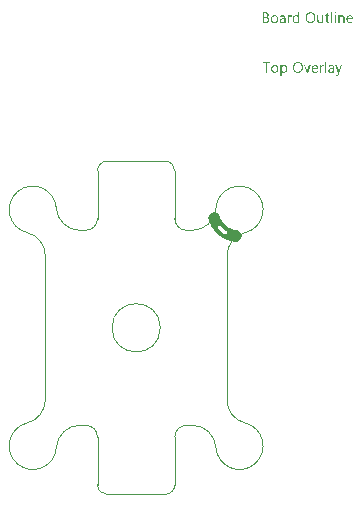
<source format=gto>
G04*
G04 #@! TF.GenerationSoftware,Altium Limited,Altium Designer,21.8.1 (53)*
G04*
G04 Layer_Color=65535*
%FSAX25Y25*%
%MOIN*%
G70*
G04*
G04 #@! TF.SameCoordinates,905CEB84-E458-47E2-99EE-E5A9494BEB7C*
G04*
G04*
G04 #@! TF.FilePolarity,Positive*
G04*
G01*
G75*
%ADD10C,0.00394*%
G36*
X0066434Y0137775D02*
X0066458D01*
X0066514Y0137751D01*
X0066545Y0137732D01*
X0066576Y0137707D01*
X0066582Y0137701D01*
X0066588Y0137695D01*
X0066619Y0137658D01*
X0066644Y0137596D01*
X0066650Y0137559D01*
X0066656Y0137522D01*
Y0137515D01*
Y0137503D01*
X0066650Y0137484D01*
X0066644Y0137460D01*
X0066625Y0137398D01*
X0066601Y0137367D01*
X0066576Y0137336D01*
X0066570D01*
X0066563Y0137323D01*
X0066526Y0137299D01*
X0066471Y0137274D01*
X0066434Y0137268D01*
X0066396Y0137262D01*
X0066378D01*
X0066359Y0137268D01*
X0066334D01*
X0066273Y0137293D01*
X0066242Y0137305D01*
X0066211Y0137330D01*
Y0137336D01*
X0066198Y0137342D01*
X0066186Y0137361D01*
X0066173Y0137379D01*
X0066149Y0137441D01*
X0066143Y0137478D01*
X0066136Y0137522D01*
Y0137528D01*
Y0137540D01*
X0066143Y0137559D01*
X0066149Y0137590D01*
X0066167Y0137645D01*
X0066186Y0137676D01*
X0066211Y0137707D01*
X0066217Y0137713D01*
X0066223Y0137720D01*
X0066260Y0137744D01*
X0066322Y0137769D01*
X0066359Y0137782D01*
X0066415D01*
X0066434Y0137775D01*
D02*
G37*
G36*
X0054444Y0134111D02*
X0054041D01*
Y0134532D01*
X0054029D01*
Y0134526D01*
X0054016Y0134513D01*
X0053998Y0134488D01*
X0053979Y0134458D01*
X0053948Y0134420D01*
X0053911Y0134383D01*
X0053868Y0134340D01*
X0053818Y0134297D01*
X0053763Y0134247D01*
X0053694Y0134204D01*
X0053626Y0134167D01*
X0053546Y0134129D01*
X0053465Y0134098D01*
X0053373Y0134074D01*
X0053274Y0134061D01*
X0053168Y0134055D01*
X0053125D01*
X0053088Y0134061D01*
X0053051Y0134067D01*
X0053001Y0134074D01*
X0052896Y0134098D01*
X0052772Y0134136D01*
X0052648Y0134197D01*
X0052580Y0134235D01*
X0052525Y0134278D01*
X0052463Y0134334D01*
X0052407Y0134389D01*
Y0134396D01*
X0052395Y0134408D01*
X0052382Y0134426D01*
X0052364Y0134451D01*
X0052345Y0134482D01*
X0052320Y0134526D01*
X0052296Y0134575D01*
X0052271Y0134631D01*
X0052240Y0134693D01*
X0052215Y0134761D01*
X0052190Y0134835D01*
X0052172Y0134915D01*
X0052153Y0135002D01*
X0052141Y0135101D01*
X0052135Y0135200D01*
X0052128Y0135306D01*
Y0135312D01*
Y0135330D01*
Y0135367D01*
X0052135Y0135411D01*
X0052141Y0135460D01*
X0052147Y0135522D01*
X0052153Y0135590D01*
X0052166Y0135664D01*
X0052203Y0135826D01*
X0052258Y0135993D01*
X0052296Y0136073D01*
X0052339Y0136153D01*
X0052382Y0136228D01*
X0052438Y0136302D01*
X0052444Y0136308D01*
X0052450Y0136321D01*
X0052469Y0136339D01*
X0052494Y0136364D01*
X0052525Y0136389D01*
X0052568Y0136420D01*
X0052611Y0136457D01*
X0052661Y0136494D01*
X0052785Y0136562D01*
X0052927Y0136624D01*
X0053007Y0136643D01*
X0053094Y0136661D01*
X0053181Y0136673D01*
X0053280Y0136680D01*
X0053329D01*
X0053366Y0136673D01*
X0053404Y0136667D01*
X0053453Y0136661D01*
X0053565Y0136630D01*
X0053688Y0136581D01*
X0053750Y0136550D01*
X0053812Y0136506D01*
X0053874Y0136463D01*
X0053930Y0136407D01*
X0053979Y0136345D01*
X0054029Y0136271D01*
X0054041D01*
Y0137831D01*
X0054444D01*
Y0134111D01*
D02*
G37*
G36*
X0068711Y0136673D02*
X0068786Y0136667D01*
X0068879Y0136649D01*
X0068978Y0136618D01*
X0069083Y0136568D01*
X0069188Y0136500D01*
X0069231Y0136463D01*
X0069275Y0136414D01*
X0069287Y0136401D01*
X0069312Y0136364D01*
X0069343Y0136302D01*
X0069386Y0136215D01*
X0069423Y0136110D01*
X0069460Y0135980D01*
X0069485Y0135826D01*
X0069491Y0135646D01*
Y0134111D01*
X0069089D01*
Y0135541D01*
Y0135547D01*
Y0135578D01*
X0069083Y0135615D01*
Y0135664D01*
X0069070Y0135726D01*
X0069058Y0135794D01*
X0069039Y0135869D01*
X0069015Y0135943D01*
X0068984Y0136017D01*
X0068947Y0136085D01*
X0068897Y0136153D01*
X0068841Y0136215D01*
X0068779Y0136265D01*
X0068699Y0136302D01*
X0068612Y0136333D01*
X0068507Y0136339D01*
X0068495D01*
X0068458Y0136333D01*
X0068402Y0136327D01*
X0068334Y0136308D01*
X0068253Y0136284D01*
X0068167Y0136240D01*
X0068086Y0136185D01*
X0068006Y0136110D01*
X0068000Y0136098D01*
X0067975Y0136073D01*
X0067944Y0136024D01*
X0067907Y0135956D01*
X0067870Y0135875D01*
X0067839Y0135776D01*
X0067814Y0135664D01*
X0067808Y0135541D01*
Y0134111D01*
X0067405D01*
Y0136624D01*
X0067808D01*
Y0136203D01*
X0067820D01*
X0067826Y0136209D01*
X0067832Y0136222D01*
X0067851Y0136246D01*
X0067876Y0136277D01*
X0067901Y0136314D01*
X0067938Y0136352D01*
X0067981Y0136395D01*
X0068031Y0136444D01*
X0068086Y0136488D01*
X0068148Y0136531D01*
X0068216Y0136568D01*
X0068291Y0136605D01*
X0068365Y0136636D01*
X0068451Y0136661D01*
X0068544Y0136673D01*
X0068643Y0136680D01*
X0068681D01*
X0068711Y0136673D01*
D02*
G37*
G36*
X0051714Y0136661D02*
X0051788Y0136655D01*
X0051831Y0136643D01*
X0051862Y0136630D01*
Y0136215D01*
X0051856Y0136222D01*
X0051844Y0136228D01*
X0051819Y0136240D01*
X0051788Y0136259D01*
X0051745Y0136271D01*
X0051689Y0136284D01*
X0051627Y0136290D01*
X0051559Y0136296D01*
X0051547D01*
X0051516Y0136290D01*
X0051466Y0136284D01*
X0051410Y0136265D01*
X0051336Y0136234D01*
X0051268Y0136191D01*
X0051194Y0136129D01*
X0051126Y0136048D01*
X0051119Y0136036D01*
X0051101Y0136005D01*
X0051070Y0135949D01*
X0051039Y0135875D01*
X0051008Y0135782D01*
X0050977Y0135664D01*
X0050959Y0135535D01*
X0050952Y0135386D01*
Y0134111D01*
X0050550D01*
Y0136624D01*
X0050952D01*
Y0136104D01*
X0050965D01*
Y0136110D01*
X0050971Y0136116D01*
X0050983Y0136147D01*
X0051002Y0136197D01*
X0051033Y0136259D01*
X0051064Y0136321D01*
X0051113Y0136389D01*
X0051163Y0136457D01*
X0051225Y0136519D01*
X0051231Y0136525D01*
X0051256Y0136544D01*
X0051293Y0136568D01*
X0051342Y0136593D01*
X0051398Y0136618D01*
X0051466Y0136643D01*
X0051540Y0136661D01*
X0051621Y0136667D01*
X0051676D01*
X0051714Y0136661D01*
D02*
G37*
G36*
X0062453Y0134111D02*
X0062051D01*
Y0134507D01*
X0062039D01*
Y0134501D01*
X0062026Y0134488D01*
X0062014Y0134464D01*
X0061989Y0134439D01*
X0061933Y0134365D01*
X0061847Y0134284D01*
X0061797Y0134241D01*
X0061742Y0134197D01*
X0061680Y0134160D01*
X0061605Y0134123D01*
X0061531Y0134098D01*
X0061450Y0134074D01*
X0061358Y0134061D01*
X0061265Y0134055D01*
X0061228D01*
X0061184Y0134061D01*
X0061123Y0134074D01*
X0061054Y0134086D01*
X0060980Y0134111D01*
X0060900Y0134142D01*
X0060819Y0134191D01*
X0060733Y0134247D01*
X0060652Y0134315D01*
X0060578Y0134402D01*
X0060510Y0134507D01*
X0060448Y0134625D01*
X0060404Y0134767D01*
X0060380Y0134934D01*
X0060367Y0135021D01*
Y0135120D01*
Y0136624D01*
X0060764D01*
Y0135182D01*
Y0135176D01*
Y0135151D01*
X0060770Y0135107D01*
X0060776Y0135058D01*
X0060782Y0134996D01*
X0060794Y0134934D01*
X0060813Y0134860D01*
X0060838Y0134785D01*
X0060875Y0134711D01*
X0060912Y0134643D01*
X0060962Y0134575D01*
X0061023Y0134513D01*
X0061092Y0134464D01*
X0061172Y0134426D01*
X0061271Y0134396D01*
X0061376Y0134389D01*
X0061389D01*
X0061426Y0134396D01*
X0061481Y0134402D01*
X0061543Y0134414D01*
X0061624Y0134445D01*
X0061704Y0134482D01*
X0061785Y0134532D01*
X0061859Y0134606D01*
X0061865Y0134618D01*
X0061890Y0134643D01*
X0061921Y0134693D01*
X0061958Y0134761D01*
X0061989Y0134841D01*
X0062020Y0134940D01*
X0062045Y0135052D01*
X0062051Y0135176D01*
Y0136624D01*
X0062453D01*
Y0134111D01*
D02*
G37*
G36*
X0066588D02*
X0066186D01*
Y0136624D01*
X0066588D01*
Y0134111D01*
D02*
G37*
G36*
X0065369D02*
X0064966D01*
Y0137831D01*
X0065369D01*
Y0134111D01*
D02*
G37*
G36*
X0048990Y0136673D02*
X0049046Y0136667D01*
X0049114Y0136649D01*
X0049188Y0136630D01*
X0049269Y0136599D01*
X0049355Y0136562D01*
X0049436Y0136513D01*
X0049516Y0136451D01*
X0049591Y0136376D01*
X0049659Y0136284D01*
X0049714Y0136178D01*
X0049758Y0136055D01*
X0049782Y0135912D01*
X0049795Y0135745D01*
Y0134111D01*
X0049392D01*
Y0134501D01*
X0049380D01*
Y0134495D01*
X0049368Y0134482D01*
X0049355Y0134458D01*
X0049330Y0134433D01*
X0049269Y0134358D01*
X0049188Y0134278D01*
X0049077Y0134197D01*
X0048947Y0134123D01*
X0048866Y0134098D01*
X0048786Y0134074D01*
X0048699Y0134061D01*
X0048606Y0134055D01*
X0048569D01*
X0048544Y0134061D01*
X0048476Y0134067D01*
X0048396Y0134080D01*
X0048297Y0134105D01*
X0048204Y0134136D01*
X0048105Y0134185D01*
X0048018Y0134247D01*
X0048012Y0134259D01*
X0047987Y0134284D01*
X0047950Y0134327D01*
X0047913Y0134389D01*
X0047876Y0134464D01*
X0047839Y0134550D01*
X0047814Y0134656D01*
X0047808Y0134773D01*
Y0134779D01*
Y0134804D01*
X0047814Y0134841D01*
X0047820Y0134885D01*
X0047833Y0134940D01*
X0047851Y0135002D01*
X0047876Y0135070D01*
X0047913Y0135138D01*
X0047956Y0135213D01*
X0048012Y0135287D01*
X0048080Y0135355D01*
X0048161Y0135417D01*
X0048254Y0135479D01*
X0048365Y0135528D01*
X0048489Y0135565D01*
X0048637Y0135596D01*
X0049392Y0135702D01*
Y0135708D01*
Y0135726D01*
X0049386Y0135764D01*
Y0135801D01*
X0049374Y0135850D01*
X0049368Y0135906D01*
X0049330Y0136024D01*
X0049300Y0136079D01*
X0049269Y0136135D01*
X0049225Y0136191D01*
X0049176Y0136240D01*
X0049114Y0136284D01*
X0049046Y0136314D01*
X0048965Y0136333D01*
X0048873Y0136339D01*
X0048829D01*
X0048798Y0136333D01*
X0048755D01*
X0048711Y0136321D01*
X0048600Y0136302D01*
X0048476Y0136265D01*
X0048340Y0136209D01*
X0048266Y0136172D01*
X0048198Y0136135D01*
X0048123Y0136085D01*
X0048055Y0136030D01*
Y0136444D01*
X0048062D01*
X0048074Y0136457D01*
X0048092Y0136469D01*
X0048123Y0136482D01*
X0048154Y0136500D01*
X0048198Y0136519D01*
X0048247Y0136537D01*
X0048303Y0136562D01*
X0048427Y0136605D01*
X0048575Y0136643D01*
X0048736Y0136667D01*
X0048910Y0136680D01*
X0048947D01*
X0048990Y0136673D01*
D02*
G37*
G36*
X0043301Y0137621D02*
X0043345D01*
X0043388Y0137614D01*
X0043487Y0137602D01*
X0043605Y0137571D01*
X0043729Y0137534D01*
X0043846Y0137478D01*
X0043951Y0137404D01*
X0043958D01*
X0043964Y0137391D01*
X0043995Y0137367D01*
X0044038Y0137317D01*
X0044088Y0137249D01*
X0044131Y0137162D01*
X0044174Y0137064D01*
X0044205Y0136952D01*
X0044218Y0136890D01*
Y0136822D01*
Y0136816D01*
Y0136810D01*
Y0136773D01*
X0044211Y0136717D01*
X0044199Y0136649D01*
X0044180Y0136562D01*
X0044150Y0136475D01*
X0044112Y0136389D01*
X0044057Y0136302D01*
X0044050Y0136290D01*
X0044026Y0136265D01*
X0043988Y0136228D01*
X0043939Y0136178D01*
X0043877Y0136129D01*
X0043803Y0136073D01*
X0043710Y0136030D01*
X0043611Y0135986D01*
Y0135980D01*
X0043630D01*
X0043648Y0135974D01*
X0043667Y0135968D01*
X0043735Y0135956D01*
X0043815Y0135931D01*
X0043902Y0135894D01*
X0043995Y0135850D01*
X0044088Y0135788D01*
X0044174Y0135708D01*
X0044187Y0135696D01*
X0044211Y0135664D01*
X0044242Y0135621D01*
X0044286Y0135553D01*
X0044323Y0135467D01*
X0044360Y0135367D01*
X0044385Y0135250D01*
X0044391Y0135120D01*
Y0135114D01*
Y0135101D01*
Y0135076D01*
X0044385Y0135046D01*
X0044379Y0135008D01*
X0044372Y0134965D01*
X0044348Y0134860D01*
X0044310Y0134742D01*
X0044255Y0134618D01*
X0044218Y0134563D01*
X0044174Y0134501D01*
X0044118Y0134445D01*
X0044063Y0134389D01*
X0044057D01*
X0044050Y0134377D01*
X0044032Y0134365D01*
X0044007Y0134346D01*
X0043976Y0134327D01*
X0043933Y0134303D01*
X0043840Y0134253D01*
X0043722Y0134197D01*
X0043586Y0134154D01*
X0043425Y0134123D01*
X0043345Y0134117D01*
X0043252Y0134111D01*
X0042224D01*
Y0137627D01*
X0043270D01*
X0043301Y0137621D01*
D02*
G37*
G36*
X0063797Y0136624D02*
X0064434D01*
Y0136277D01*
X0063797D01*
Y0134860D01*
Y0134847D01*
Y0134817D01*
X0063803Y0134773D01*
X0063809Y0134718D01*
X0063834Y0134600D01*
X0063852Y0134544D01*
X0063883Y0134501D01*
X0063889Y0134495D01*
X0063902Y0134482D01*
X0063920Y0134470D01*
X0063951Y0134451D01*
X0063988Y0134426D01*
X0064038Y0134414D01*
X0064100Y0134402D01*
X0064168Y0134396D01*
X0064193D01*
X0064224Y0134402D01*
X0064261Y0134408D01*
X0064347Y0134433D01*
X0064391Y0134451D01*
X0064434Y0134476D01*
Y0134129D01*
X0064428D01*
X0064409Y0134117D01*
X0064378Y0134111D01*
X0064335Y0134098D01*
X0064279Y0134086D01*
X0064218Y0134074D01*
X0064143Y0134067D01*
X0064056Y0134061D01*
X0064026D01*
X0063995Y0134067D01*
X0063951Y0134074D01*
X0063902Y0134086D01*
X0063846Y0134098D01*
X0063790Y0134123D01*
X0063728Y0134154D01*
X0063667Y0134191D01*
X0063605Y0134241D01*
X0063549Y0134297D01*
X0063499Y0134371D01*
X0063456Y0134451D01*
X0063425Y0134550D01*
X0063400Y0134662D01*
X0063394Y0134792D01*
Y0136277D01*
X0062967D01*
Y0136624D01*
X0063394D01*
Y0137237D01*
X0063797Y0137367D01*
Y0136624D01*
D02*
G37*
G36*
X0071324Y0136673D02*
X0071367Y0136667D01*
X0071410Y0136661D01*
X0071522Y0136643D01*
X0071645Y0136599D01*
X0071769Y0136544D01*
X0071831Y0136506D01*
X0071893Y0136463D01*
X0071949Y0136414D01*
X0072004Y0136358D01*
X0072011Y0136352D01*
X0072017Y0136345D01*
X0072029Y0136327D01*
X0072048Y0136302D01*
X0072066Y0136265D01*
X0072091Y0136228D01*
X0072116Y0136185D01*
X0072141Y0136129D01*
X0072165Y0136067D01*
X0072190Y0136005D01*
X0072215Y0135931D01*
X0072233Y0135850D01*
X0072252Y0135764D01*
X0072264Y0135677D01*
X0072277Y0135578D01*
Y0135473D01*
Y0135262D01*
X0070500D01*
Y0135256D01*
Y0135244D01*
Y0135225D01*
X0070507Y0135194D01*
X0070513Y0135157D01*
Y0135120D01*
X0070531Y0135021D01*
X0070562Y0134922D01*
X0070599Y0134810D01*
X0070655Y0134705D01*
X0070723Y0134612D01*
X0070736Y0134600D01*
X0070760Y0134575D01*
X0070810Y0134544D01*
X0070878Y0134501D01*
X0070965Y0134458D01*
X0071064Y0134426D01*
X0071181Y0134402D01*
X0071317Y0134389D01*
X0071361D01*
X0071392Y0134396D01*
X0071429D01*
X0071472Y0134402D01*
X0071577Y0134426D01*
X0071695Y0134458D01*
X0071825Y0134507D01*
X0071961Y0134575D01*
X0072029Y0134618D01*
X0072097Y0134668D01*
Y0134290D01*
X0072091D01*
X0072085Y0134278D01*
X0072066Y0134272D01*
X0072035Y0134253D01*
X0072004Y0134235D01*
X0071967Y0134216D01*
X0071918Y0134197D01*
X0071868Y0134173D01*
X0071806Y0134148D01*
X0071738Y0134129D01*
X0071590Y0134092D01*
X0071416Y0134067D01*
X0071224Y0134055D01*
X0071175D01*
X0071138Y0134061D01*
X0071095Y0134067D01*
X0071039Y0134074D01*
X0070921Y0134098D01*
X0070785Y0134136D01*
X0070649Y0134197D01*
X0070581Y0134241D01*
X0070513Y0134284D01*
X0070451Y0134334D01*
X0070389Y0134396D01*
X0070383Y0134402D01*
X0070376Y0134414D01*
X0070364Y0134433D01*
X0070339Y0134458D01*
X0070321Y0134495D01*
X0070296Y0134538D01*
X0070265Y0134588D01*
X0070240Y0134643D01*
X0070209Y0134705D01*
X0070185Y0134779D01*
X0070154Y0134860D01*
X0070135Y0134947D01*
X0070117Y0135039D01*
X0070098Y0135138D01*
X0070092Y0135244D01*
X0070086Y0135355D01*
Y0135361D01*
Y0135380D01*
Y0135411D01*
X0070092Y0135454D01*
X0070098Y0135504D01*
X0070104Y0135559D01*
X0070110Y0135627D01*
X0070129Y0135696D01*
X0070166Y0135844D01*
X0070222Y0136005D01*
X0070259Y0136085D01*
X0070308Y0136160D01*
X0070358Y0136240D01*
X0070414Y0136308D01*
X0070420Y0136314D01*
X0070432Y0136327D01*
X0070451Y0136345D01*
X0070476Y0136364D01*
X0070507Y0136395D01*
X0070544Y0136426D01*
X0070593Y0136457D01*
X0070643Y0136494D01*
X0070760Y0136562D01*
X0070903Y0136624D01*
X0070983Y0136643D01*
X0071064Y0136661D01*
X0071150Y0136673D01*
X0071243Y0136680D01*
X0071293D01*
X0071324Y0136673D01*
D02*
G37*
G36*
X0058281Y0137682D02*
X0058343Y0137676D01*
X0058417Y0137664D01*
X0058498Y0137645D01*
X0058585Y0137627D01*
X0058671Y0137602D01*
X0058770Y0137571D01*
X0058863Y0137528D01*
X0058962Y0137478D01*
X0059061Y0137423D01*
X0059154Y0137354D01*
X0059247Y0137280D01*
X0059334Y0137194D01*
X0059340Y0137187D01*
X0059352Y0137169D01*
X0059377Y0137144D01*
X0059402Y0137107D01*
X0059439Y0137057D01*
X0059476Y0136995D01*
X0059513Y0136927D01*
X0059556Y0136853D01*
X0059600Y0136760D01*
X0059637Y0136667D01*
X0059674Y0136562D01*
X0059711Y0136444D01*
X0059736Y0136327D01*
X0059761Y0136197D01*
X0059773Y0136055D01*
X0059779Y0135912D01*
Y0135900D01*
Y0135875D01*
Y0135832D01*
X0059773Y0135770D01*
X0059767Y0135696D01*
X0059755Y0135615D01*
X0059742Y0135522D01*
X0059724Y0135417D01*
X0059699Y0135312D01*
X0059668Y0135200D01*
X0059631Y0135089D01*
X0059587Y0134977D01*
X0059532Y0134860D01*
X0059470Y0134755D01*
X0059402Y0134649D01*
X0059321Y0134550D01*
X0059315Y0134544D01*
X0059303Y0134532D01*
X0059272Y0134507D01*
X0059241Y0134476D01*
X0059191Y0134433D01*
X0059136Y0134396D01*
X0059074Y0134346D01*
X0058999Y0134303D01*
X0058919Y0134259D01*
X0058826Y0134210D01*
X0058727Y0134173D01*
X0058615Y0134136D01*
X0058498Y0134098D01*
X0058374Y0134074D01*
X0058244Y0134061D01*
X0058102Y0134055D01*
X0058071D01*
X0058027Y0134061D01*
X0057978D01*
X0057916Y0134067D01*
X0057842Y0134080D01*
X0057761Y0134098D01*
X0057668Y0134117D01*
X0057576Y0134142D01*
X0057477Y0134173D01*
X0057377Y0134216D01*
X0057279Y0134259D01*
X0057179Y0134315D01*
X0057080Y0134383D01*
X0056988Y0134458D01*
X0056901Y0134544D01*
X0056895Y0134550D01*
X0056882Y0134569D01*
X0056858Y0134594D01*
X0056833Y0134631D01*
X0056796Y0134680D01*
X0056758Y0134742D01*
X0056721Y0134810D01*
X0056678Y0134891D01*
X0056635Y0134977D01*
X0056598Y0135070D01*
X0056560Y0135176D01*
X0056523Y0135293D01*
X0056498Y0135411D01*
X0056474Y0135541D01*
X0056461Y0135683D01*
X0056455Y0135826D01*
Y0135838D01*
Y0135863D01*
X0056461Y0135906D01*
Y0135968D01*
X0056468Y0136036D01*
X0056480Y0136123D01*
X0056492Y0136215D01*
X0056511Y0136314D01*
X0056536Y0136420D01*
X0056567Y0136531D01*
X0056604Y0136643D01*
X0056647Y0136754D01*
X0056703Y0136865D01*
X0056765Y0136977D01*
X0056833Y0137082D01*
X0056913Y0137181D01*
X0056919Y0137187D01*
X0056932Y0137206D01*
X0056963Y0137231D01*
X0057000Y0137262D01*
X0057043Y0137299D01*
X0057099Y0137342D01*
X0057167Y0137385D01*
X0057241Y0137435D01*
X0057328Y0137484D01*
X0057421Y0137528D01*
X0057520Y0137571D01*
X0057631Y0137608D01*
X0057755Y0137639D01*
X0057885Y0137670D01*
X0058021Y0137682D01*
X0058164Y0137689D01*
X0058232D01*
X0058281Y0137682D01*
D02*
G37*
G36*
X0046254Y0136673D02*
X0046297Y0136667D01*
X0046353Y0136661D01*
X0046477Y0136636D01*
X0046619Y0136593D01*
X0046762Y0136531D01*
X0046836Y0136494D01*
X0046904Y0136451D01*
X0046972Y0136395D01*
X0047034Y0136333D01*
X0047040Y0136327D01*
X0047046Y0136314D01*
X0047065Y0136296D01*
X0047084Y0136271D01*
X0047108Y0136234D01*
X0047133Y0136191D01*
X0047164Y0136141D01*
X0047195Y0136085D01*
X0047220Y0136017D01*
X0047251Y0135949D01*
X0047275Y0135869D01*
X0047300Y0135782D01*
X0047319Y0135689D01*
X0047337Y0135590D01*
X0047344Y0135485D01*
X0047350Y0135374D01*
Y0135367D01*
Y0135349D01*
Y0135318D01*
X0047344Y0135275D01*
X0047337Y0135225D01*
X0047331Y0135163D01*
X0047319Y0135101D01*
X0047306Y0135027D01*
X0047269Y0134878D01*
X0047207Y0134718D01*
X0047170Y0134637D01*
X0047121Y0134556D01*
X0047071Y0134482D01*
X0047009Y0134414D01*
X0047003Y0134408D01*
X0046991Y0134402D01*
X0046972Y0134383D01*
X0046947Y0134358D01*
X0046910Y0134334D01*
X0046873Y0134303D01*
X0046824Y0134266D01*
X0046768Y0134235D01*
X0046706Y0134204D01*
X0046638Y0134167D01*
X0046564Y0134136D01*
X0046483Y0134111D01*
X0046396Y0134086D01*
X0046304Y0134074D01*
X0046205Y0134061D01*
X0046099Y0134055D01*
X0046044D01*
X0046007Y0134061D01*
X0045963Y0134067D01*
X0045908Y0134074D01*
X0045845Y0134086D01*
X0045777Y0134098D01*
X0045635Y0134142D01*
X0045487Y0134204D01*
X0045412Y0134241D01*
X0045344Y0134290D01*
X0045276Y0134340D01*
X0045208Y0134402D01*
X0045202Y0134408D01*
X0045196Y0134420D01*
X0045177Y0134439D01*
X0045158Y0134464D01*
X0045134Y0134501D01*
X0045103Y0134544D01*
X0045072Y0134594D01*
X0045047Y0134649D01*
X0045016Y0134718D01*
X0044985Y0134785D01*
X0044954Y0134860D01*
X0044929Y0134947D01*
X0044892Y0135132D01*
X0044886Y0135231D01*
X0044880Y0135336D01*
Y0135343D01*
Y0135367D01*
Y0135398D01*
X0044886Y0135442D01*
X0044892Y0135491D01*
X0044899Y0135553D01*
X0044911Y0135621D01*
X0044923Y0135696D01*
X0044960Y0135856D01*
X0045022Y0136017D01*
X0045066Y0136098D01*
X0045109Y0136178D01*
X0045158Y0136253D01*
X0045220Y0136321D01*
X0045226Y0136327D01*
X0045239Y0136339D01*
X0045257Y0136352D01*
X0045282Y0136376D01*
X0045319Y0136401D01*
X0045363Y0136432D01*
X0045412Y0136469D01*
X0045468Y0136500D01*
X0045530Y0136531D01*
X0045604Y0136568D01*
X0045678Y0136599D01*
X0045765Y0136624D01*
X0045852Y0136649D01*
X0045951Y0136667D01*
X0046056Y0136673D01*
X0046161Y0136680D01*
X0046217D01*
X0046254Y0136673D01*
D02*
G37*
G36*
X0049467Y0120083D02*
X0049510Y0120077D01*
X0049553Y0120071D01*
X0049665Y0120046D01*
X0049789Y0120009D01*
X0049912Y0119947D01*
X0049974Y0119910D01*
X0050036Y0119861D01*
X0050092Y0119811D01*
X0050148Y0119749D01*
X0050154Y0119743D01*
X0050160Y0119737D01*
X0050172Y0119712D01*
X0050191Y0119687D01*
X0050209Y0119656D01*
X0050234Y0119613D01*
X0050259Y0119564D01*
X0050284Y0119514D01*
X0050309Y0119452D01*
X0050333Y0119384D01*
X0050358Y0119310D01*
X0050377Y0119229D01*
X0050408Y0119050D01*
X0050420Y0118951D01*
Y0118845D01*
Y0118839D01*
Y0118821D01*
Y0118784D01*
X0050414Y0118740D01*
Y0118691D01*
X0050401Y0118629D01*
X0050395Y0118561D01*
X0050383Y0118486D01*
X0050346Y0118326D01*
X0050290Y0118158D01*
X0050253Y0118078D01*
X0050216Y0117998D01*
X0050166Y0117917D01*
X0050111Y0117843D01*
X0050104Y0117837D01*
X0050098Y0117824D01*
X0050080Y0117806D01*
X0050055Y0117787D01*
X0050024Y0117756D01*
X0049987Y0117725D01*
X0049943Y0117688D01*
X0049894Y0117657D01*
X0049838Y0117620D01*
X0049776Y0117583D01*
X0049628Y0117527D01*
X0049547Y0117502D01*
X0049467Y0117484D01*
X0049374Y0117471D01*
X0049275Y0117465D01*
X0049225D01*
X0049194Y0117471D01*
X0049151Y0117478D01*
X0049108Y0117490D01*
X0048996Y0117515D01*
X0048879Y0117564D01*
X0048811Y0117601D01*
X0048749Y0117639D01*
X0048687Y0117688D01*
X0048631Y0117744D01*
X0048569Y0117806D01*
X0048520Y0117880D01*
X0048507D01*
Y0116369D01*
X0048105D01*
Y0120034D01*
X0048507D01*
Y0119588D01*
X0048520D01*
X0048526Y0119595D01*
X0048532Y0119613D01*
X0048551Y0119638D01*
X0048575Y0119669D01*
X0048606Y0119706D01*
X0048643Y0119749D01*
X0048687Y0119793D01*
X0048742Y0119842D01*
X0048798Y0119886D01*
X0048860Y0119929D01*
X0048934Y0119972D01*
X0049009Y0120009D01*
X0049095Y0120046D01*
X0049188Y0120071D01*
X0049281Y0120083D01*
X0049386Y0120090D01*
X0049436D01*
X0049467Y0120083D01*
D02*
G37*
G36*
X0062422Y0120071D02*
X0062497Y0120065D01*
X0062540Y0120053D01*
X0062571Y0120040D01*
Y0119625D01*
X0062565Y0119632D01*
X0062552Y0119638D01*
X0062528Y0119650D01*
X0062497Y0119669D01*
X0062453Y0119681D01*
X0062398Y0119694D01*
X0062336Y0119700D01*
X0062268Y0119706D01*
X0062255D01*
X0062224Y0119700D01*
X0062175Y0119694D01*
X0062119Y0119675D01*
X0062045Y0119644D01*
X0061977Y0119601D01*
X0061902Y0119539D01*
X0061834Y0119458D01*
X0061828Y0119446D01*
X0061810Y0119415D01*
X0061779Y0119359D01*
X0061748Y0119285D01*
X0061717Y0119192D01*
X0061686Y0119075D01*
X0061667Y0118945D01*
X0061661Y0118796D01*
Y0117521D01*
X0061259D01*
Y0120034D01*
X0061661D01*
Y0119514D01*
X0061673D01*
Y0119520D01*
X0061680Y0119526D01*
X0061692Y0119557D01*
X0061711Y0119607D01*
X0061742Y0119669D01*
X0061772Y0119731D01*
X0061822Y0119799D01*
X0061871Y0119867D01*
X0061933Y0119929D01*
X0061940Y0119935D01*
X0061964Y0119954D01*
X0062001Y0119978D01*
X0062051Y0120003D01*
X0062107Y0120028D01*
X0062175Y0120053D01*
X0062249Y0120071D01*
X0062330Y0120077D01*
X0062385D01*
X0062422Y0120071D01*
D02*
G37*
G36*
X0067628Y0117119D02*
X0067622Y0117112D01*
X0067616Y0117088D01*
X0067597Y0117044D01*
X0067572Y0116995D01*
X0067541Y0116939D01*
X0067498Y0116871D01*
X0067455Y0116803D01*
X0067405Y0116729D01*
X0067343Y0116654D01*
X0067282Y0116586D01*
X0067207Y0116518D01*
X0067127Y0116462D01*
X0067046Y0116413D01*
X0066953Y0116369D01*
X0066861Y0116345D01*
X0066755Y0116339D01*
X0066700D01*
X0066663Y0116345D01*
X0066582Y0116357D01*
X0066495Y0116376D01*
Y0116735D01*
X0066502D01*
X0066520Y0116729D01*
X0066545Y0116722D01*
X0066576Y0116716D01*
X0066650Y0116698D01*
X0066731Y0116691D01*
X0066743D01*
X0066780Y0116698D01*
X0066836Y0116710D01*
X0066904Y0116735D01*
X0066978Y0116778D01*
X0067015Y0116809D01*
X0067053Y0116846D01*
X0067090Y0116883D01*
X0067127Y0116933D01*
X0067158Y0116989D01*
X0067189Y0117050D01*
X0067393Y0117521D01*
X0066409Y0120034D01*
X0066854D01*
X0067535Y0118097D01*
Y0118090D01*
X0067541Y0118078D01*
X0067548Y0118059D01*
X0067554Y0118035D01*
X0067560Y0117998D01*
X0067572Y0117960D01*
X0067585Y0117905D01*
X0067603D01*
Y0117917D01*
X0067616Y0117954D01*
X0067628Y0118010D01*
X0067653Y0118090D01*
X0068365Y0120034D01*
X0068779D01*
X0067628Y0117119D01*
D02*
G37*
G36*
X0057198Y0117521D02*
X0056802D01*
X0055849Y0120034D01*
X0056288D01*
X0056932Y0118208D01*
X0056938Y0118202D01*
X0056944Y0118177D01*
X0056957Y0118134D01*
X0056969Y0118090D01*
X0056981Y0118035D01*
X0057000Y0117973D01*
X0057019Y0117855D01*
X0057025D01*
Y0117861D01*
X0057031Y0117886D01*
X0057037Y0117923D01*
X0057043Y0117967D01*
X0057056Y0118022D01*
X0057068Y0118078D01*
X0057105Y0118196D01*
X0057774Y0120034D01*
X0058195D01*
X0057198Y0117521D01*
D02*
G37*
G36*
X0065220Y0120083D02*
X0065276Y0120077D01*
X0065344Y0120059D01*
X0065418Y0120040D01*
X0065499Y0120009D01*
X0065586Y0119972D01*
X0065666Y0119923D01*
X0065746Y0119861D01*
X0065821Y0119786D01*
X0065889Y0119694D01*
X0065944Y0119588D01*
X0065988Y0119465D01*
X0066013Y0119322D01*
X0066025Y0119155D01*
Y0117521D01*
X0065623D01*
Y0117911D01*
X0065610D01*
Y0117905D01*
X0065598Y0117892D01*
X0065586Y0117868D01*
X0065561Y0117843D01*
X0065499Y0117769D01*
X0065418Y0117688D01*
X0065307Y0117607D01*
X0065177Y0117533D01*
X0065096Y0117508D01*
X0065016Y0117484D01*
X0064929Y0117471D01*
X0064837Y0117465D01*
X0064799D01*
X0064775Y0117471D01*
X0064706Y0117478D01*
X0064626Y0117490D01*
X0064527Y0117515D01*
X0064434Y0117546D01*
X0064335Y0117595D01*
X0064248Y0117657D01*
X0064242Y0117669D01*
X0064218Y0117694D01*
X0064180Y0117737D01*
X0064143Y0117799D01*
X0064106Y0117874D01*
X0064069Y0117960D01*
X0064044Y0118066D01*
X0064038Y0118183D01*
Y0118189D01*
Y0118214D01*
X0064044Y0118251D01*
X0064050Y0118295D01*
X0064063Y0118350D01*
X0064081Y0118412D01*
X0064106Y0118480D01*
X0064143Y0118548D01*
X0064187Y0118623D01*
X0064242Y0118697D01*
X0064310Y0118765D01*
X0064391Y0118827D01*
X0064484Y0118889D01*
X0064595Y0118938D01*
X0064719Y0118975D01*
X0064867Y0119007D01*
X0065623Y0119112D01*
Y0119118D01*
Y0119137D01*
X0065616Y0119174D01*
Y0119211D01*
X0065604Y0119260D01*
X0065598Y0119316D01*
X0065561Y0119434D01*
X0065530Y0119489D01*
X0065499Y0119545D01*
X0065456Y0119601D01*
X0065406Y0119650D01*
X0065344Y0119694D01*
X0065276Y0119725D01*
X0065196Y0119743D01*
X0065103Y0119749D01*
X0065059D01*
X0065028Y0119743D01*
X0064985D01*
X0064942Y0119731D01*
X0064830Y0119712D01*
X0064706Y0119675D01*
X0064570Y0119619D01*
X0064496Y0119582D01*
X0064428Y0119545D01*
X0064354Y0119495D01*
X0064286Y0119440D01*
Y0119854D01*
X0064292D01*
X0064304Y0119867D01*
X0064323Y0119879D01*
X0064354Y0119892D01*
X0064385Y0119910D01*
X0064428Y0119929D01*
X0064477Y0119947D01*
X0064533Y0119972D01*
X0064657Y0120016D01*
X0064806Y0120053D01*
X0064966Y0120077D01*
X0065140Y0120090D01*
X0065177D01*
X0065220Y0120083D01*
D02*
G37*
G36*
X0063407Y0117521D02*
X0063004D01*
Y0121241D01*
X0063407D01*
Y0117521D01*
D02*
G37*
G36*
X0044663Y0120665D02*
X0043648D01*
Y0117521D01*
X0043240D01*
Y0120665D01*
X0042224D01*
Y0121037D01*
X0044663D01*
Y0120665D01*
D02*
G37*
G36*
X0059699Y0120083D02*
X0059742Y0120077D01*
X0059785Y0120071D01*
X0059897Y0120053D01*
X0060021Y0120009D01*
X0060144Y0119954D01*
X0060206Y0119916D01*
X0060268Y0119873D01*
X0060324Y0119824D01*
X0060380Y0119768D01*
X0060386Y0119762D01*
X0060392Y0119755D01*
X0060404Y0119737D01*
X0060423Y0119712D01*
X0060442Y0119675D01*
X0060466Y0119638D01*
X0060491Y0119595D01*
X0060516Y0119539D01*
X0060541Y0119477D01*
X0060565Y0119415D01*
X0060590Y0119341D01*
X0060609Y0119260D01*
X0060627Y0119174D01*
X0060640Y0119087D01*
X0060652Y0118988D01*
Y0118883D01*
Y0118672D01*
X0058876D01*
Y0118666D01*
Y0118654D01*
Y0118635D01*
X0058882Y0118604D01*
X0058888Y0118567D01*
Y0118530D01*
X0058906Y0118431D01*
X0058937Y0118332D01*
X0058974Y0118220D01*
X0059030Y0118115D01*
X0059098Y0118022D01*
X0059111Y0118010D01*
X0059136Y0117985D01*
X0059185Y0117954D01*
X0059253Y0117911D01*
X0059340Y0117868D01*
X0059439Y0117837D01*
X0059556Y0117812D01*
X0059693Y0117799D01*
X0059736D01*
X0059767Y0117806D01*
X0059804D01*
X0059847Y0117812D01*
X0059953Y0117837D01*
X0060070Y0117868D01*
X0060200Y0117917D01*
X0060336Y0117985D01*
X0060404Y0118028D01*
X0060473Y0118078D01*
Y0117700D01*
X0060466D01*
X0060460Y0117688D01*
X0060442Y0117682D01*
X0060411Y0117663D01*
X0060380Y0117645D01*
X0060343Y0117626D01*
X0060293Y0117607D01*
X0060243Y0117583D01*
X0060182Y0117558D01*
X0060114Y0117540D01*
X0059965Y0117502D01*
X0059792Y0117478D01*
X0059600Y0117465D01*
X0059550D01*
X0059513Y0117471D01*
X0059470Y0117478D01*
X0059414Y0117484D01*
X0059296Y0117508D01*
X0059160Y0117546D01*
X0059024Y0117607D01*
X0058956Y0117651D01*
X0058888Y0117694D01*
X0058826Y0117744D01*
X0058764Y0117806D01*
X0058758Y0117812D01*
X0058752Y0117824D01*
X0058739Y0117843D01*
X0058715Y0117868D01*
X0058696Y0117905D01*
X0058671Y0117948D01*
X0058640Y0117998D01*
X0058615Y0118053D01*
X0058585Y0118115D01*
X0058560Y0118189D01*
X0058529Y0118270D01*
X0058510Y0118357D01*
X0058492Y0118449D01*
X0058473Y0118548D01*
X0058467Y0118654D01*
X0058461Y0118765D01*
Y0118771D01*
Y0118790D01*
Y0118821D01*
X0058467Y0118864D01*
X0058473Y0118914D01*
X0058479Y0118969D01*
X0058486Y0119037D01*
X0058504Y0119106D01*
X0058541Y0119254D01*
X0058597Y0119415D01*
X0058634Y0119495D01*
X0058684Y0119570D01*
X0058733Y0119650D01*
X0058789Y0119718D01*
X0058795Y0119725D01*
X0058807Y0119737D01*
X0058826Y0119755D01*
X0058851Y0119774D01*
X0058882Y0119805D01*
X0058919Y0119836D01*
X0058968Y0119867D01*
X0059018Y0119904D01*
X0059136Y0119972D01*
X0059278Y0120034D01*
X0059358Y0120053D01*
X0059439Y0120071D01*
X0059526Y0120083D01*
X0059618Y0120090D01*
X0059668D01*
X0059699Y0120083D01*
D02*
G37*
G36*
X0054084Y0121092D02*
X0054146Y0121086D01*
X0054221Y0121074D01*
X0054301Y0121055D01*
X0054388Y0121037D01*
X0054474Y0121012D01*
X0054574Y0120981D01*
X0054666Y0120938D01*
X0054765Y0120888D01*
X0054864Y0120833D01*
X0054957Y0120764D01*
X0055050Y0120690D01*
X0055137Y0120604D01*
X0055143Y0120597D01*
X0055155Y0120579D01*
X0055180Y0120554D01*
X0055205Y0120517D01*
X0055242Y0120467D01*
X0055279Y0120405D01*
X0055316Y0120337D01*
X0055360Y0120263D01*
X0055403Y0120170D01*
X0055440Y0120077D01*
X0055477Y0119972D01*
X0055514Y0119854D01*
X0055539Y0119737D01*
X0055564Y0119607D01*
X0055576Y0119465D01*
X0055582Y0119322D01*
Y0119310D01*
Y0119285D01*
Y0119242D01*
X0055576Y0119180D01*
X0055570Y0119106D01*
X0055558Y0119025D01*
X0055545Y0118932D01*
X0055527Y0118827D01*
X0055502Y0118722D01*
X0055471Y0118610D01*
X0055434Y0118499D01*
X0055391Y0118387D01*
X0055335Y0118270D01*
X0055273Y0118165D01*
X0055205Y0118059D01*
X0055124Y0117960D01*
X0055118Y0117954D01*
X0055106Y0117942D01*
X0055075Y0117917D01*
X0055044Y0117886D01*
X0054994Y0117843D01*
X0054939Y0117806D01*
X0054877Y0117756D01*
X0054803Y0117713D01*
X0054722Y0117669D01*
X0054629Y0117620D01*
X0054530Y0117583D01*
X0054419Y0117546D01*
X0054301Y0117508D01*
X0054177Y0117484D01*
X0054047Y0117471D01*
X0053905Y0117465D01*
X0053874D01*
X0053831Y0117471D01*
X0053781D01*
X0053719Y0117478D01*
X0053645Y0117490D01*
X0053565Y0117508D01*
X0053472Y0117527D01*
X0053379Y0117552D01*
X0053280Y0117583D01*
X0053181Y0117626D01*
X0053082Y0117669D01*
X0052983Y0117725D01*
X0052884Y0117793D01*
X0052791Y0117868D01*
X0052704Y0117954D01*
X0052698Y0117960D01*
X0052685Y0117979D01*
X0052661Y0118004D01*
X0052636Y0118041D01*
X0052599Y0118090D01*
X0052562Y0118152D01*
X0052525Y0118220D01*
X0052481Y0118301D01*
X0052438Y0118387D01*
X0052401Y0118480D01*
X0052364Y0118586D01*
X0052327Y0118703D01*
X0052302Y0118821D01*
X0052277Y0118951D01*
X0052265Y0119093D01*
X0052258Y0119236D01*
Y0119248D01*
Y0119273D01*
X0052265Y0119316D01*
Y0119378D01*
X0052271Y0119446D01*
X0052283Y0119533D01*
X0052296Y0119625D01*
X0052314Y0119725D01*
X0052339Y0119830D01*
X0052370Y0119941D01*
X0052407Y0120053D01*
X0052450Y0120164D01*
X0052506Y0120275D01*
X0052568Y0120387D01*
X0052636Y0120492D01*
X0052716Y0120591D01*
X0052723Y0120597D01*
X0052735Y0120616D01*
X0052766Y0120641D01*
X0052803Y0120672D01*
X0052846Y0120709D01*
X0052902Y0120752D01*
X0052970Y0120795D01*
X0053044Y0120845D01*
X0053131Y0120894D01*
X0053224Y0120938D01*
X0053323Y0120981D01*
X0053434Y0121018D01*
X0053558Y0121049D01*
X0053688Y0121080D01*
X0053825Y0121092D01*
X0053967Y0121099D01*
X0054035D01*
X0054084Y0121092D01*
D02*
G37*
G36*
X0046365Y0120083D02*
X0046409Y0120077D01*
X0046465Y0120071D01*
X0046588Y0120046D01*
X0046731Y0120003D01*
X0046873Y0119941D01*
X0046947Y0119904D01*
X0047016Y0119861D01*
X0047084Y0119805D01*
X0047145Y0119743D01*
X0047152Y0119737D01*
X0047158Y0119725D01*
X0047176Y0119706D01*
X0047195Y0119681D01*
X0047220Y0119644D01*
X0047245Y0119601D01*
X0047275Y0119551D01*
X0047306Y0119495D01*
X0047331Y0119427D01*
X0047362Y0119359D01*
X0047387Y0119279D01*
X0047412Y0119192D01*
X0047430Y0119099D01*
X0047449Y0119000D01*
X0047455Y0118895D01*
X0047461Y0118784D01*
Y0118777D01*
Y0118759D01*
Y0118728D01*
X0047455Y0118685D01*
X0047449Y0118635D01*
X0047443Y0118573D01*
X0047430Y0118511D01*
X0047418Y0118437D01*
X0047381Y0118288D01*
X0047319Y0118128D01*
X0047282Y0118047D01*
X0047232Y0117967D01*
X0047183Y0117892D01*
X0047121Y0117824D01*
X0047115Y0117818D01*
X0047102Y0117812D01*
X0047084Y0117793D01*
X0047059Y0117769D01*
X0047022Y0117744D01*
X0046984Y0117713D01*
X0046935Y0117676D01*
X0046879Y0117645D01*
X0046817Y0117614D01*
X0046749Y0117577D01*
X0046675Y0117546D01*
X0046595Y0117521D01*
X0046508Y0117496D01*
X0046415Y0117484D01*
X0046316Y0117471D01*
X0046211Y0117465D01*
X0046155D01*
X0046118Y0117471D01*
X0046075Y0117478D01*
X0046019Y0117484D01*
X0045957Y0117496D01*
X0045889Y0117508D01*
X0045746Y0117552D01*
X0045598Y0117614D01*
X0045524Y0117651D01*
X0045456Y0117700D01*
X0045388Y0117750D01*
X0045319Y0117812D01*
X0045313Y0117818D01*
X0045307Y0117830D01*
X0045289Y0117849D01*
X0045270Y0117874D01*
X0045245Y0117911D01*
X0045214Y0117954D01*
X0045183Y0118004D01*
X0045158Y0118059D01*
X0045127Y0118128D01*
X0045097Y0118196D01*
X0045066Y0118270D01*
X0045041Y0118357D01*
X0045004Y0118542D01*
X0044998Y0118641D01*
X0044991Y0118746D01*
Y0118753D01*
Y0118777D01*
Y0118808D01*
X0044998Y0118852D01*
X0045004Y0118901D01*
X0045010Y0118963D01*
X0045022Y0119031D01*
X0045035Y0119106D01*
X0045072Y0119266D01*
X0045134Y0119427D01*
X0045177Y0119508D01*
X0045220Y0119588D01*
X0045270Y0119663D01*
X0045332Y0119731D01*
X0045338Y0119737D01*
X0045350Y0119749D01*
X0045369Y0119762D01*
X0045394Y0119786D01*
X0045431Y0119811D01*
X0045474Y0119842D01*
X0045524Y0119879D01*
X0045579Y0119910D01*
X0045641Y0119941D01*
X0045716Y0119978D01*
X0045790Y0120009D01*
X0045877Y0120034D01*
X0045963Y0120059D01*
X0046062Y0120077D01*
X0046167Y0120083D01*
X0046273Y0120090D01*
X0046328D01*
X0046365Y0120083D01*
D02*
G37*
G36*
X0026107Y0071004D02*
X0026224Y0070996D01*
X0026341Y0070982D01*
X0026456Y0070960D01*
X0026570Y0070932D01*
X0026682Y0070897D01*
X0026792Y0070855D01*
X0026898Y0070806D01*
X0027002Y0070751D01*
X0027102Y0070690D01*
X0027199Y0070623D01*
X0027291Y0070550D01*
X0027379Y0070472D01*
X0027461Y0070389D01*
X0027539Y0070301D01*
X0027611Y0070208D01*
X0027677Y0070111D01*
X0027738Y0070011D01*
X0027792Y0069907D01*
X0027840Y0069799D01*
X0027881Y0069690D01*
X0027886Y0069673D01*
X0027886Y0069673D01*
X0027951Y0069485D01*
X0028032Y0069273D01*
X0028120Y0069065D01*
X0028214Y0068859D01*
X0028315Y0068657D01*
X0028423Y0068458D01*
X0028537Y0068262D01*
X0028658Y0068071D01*
X0028785Y0067883D01*
X0028918Y0067700D01*
X0029056Y0067521D01*
X0029201Y0067347D01*
X0029351Y0067178D01*
X0029507Y0067013D01*
X0029667Y0066854D01*
X0029834Y0066701D01*
X0030005Y0066552D01*
X0030180Y0066410D01*
X0030360Y0066273D01*
X0030545Y0066142D01*
X0030734Y0066017D01*
X0030927Y0065899D01*
X0031124Y0065787D01*
X0031324Y0065681D01*
X0031527Y0065582D01*
X0031734Y0065490D01*
X0031943Y0065404D01*
X0032156Y0065326D01*
X0032370Y0065254D01*
X0032587Y0065190D01*
X0032806Y0065132D01*
X0033027Y0065082D01*
X0033249Y0065039D01*
X0033469Y0065004D01*
X0033469Y0065004D01*
X0033493Y0065001D01*
X0033608Y0064980D01*
X0033722Y0064951D01*
X0033834Y0064916D01*
X0033944Y0064874D01*
X0034050Y0064826D01*
X0034154Y0064771D01*
X0034254Y0064710D01*
X0034351Y0064643D01*
X0034443Y0064570D01*
X0034531Y0064492D01*
X0034613Y0064408D01*
X0034691Y0064320D01*
X0034763Y0064228D01*
X0034829Y0064131D01*
X0034890Y0064030D01*
X0034944Y0063926D01*
X0034992Y0063819D01*
X0035033Y0063709D01*
X0035067Y0063597D01*
X0035095Y0063483D01*
X0035116Y0063367D01*
X0035130Y0063250D01*
X0035137Y0063133D01*
X0035136Y0063016D01*
X0035129Y0062899D01*
X0035114Y0062782D01*
X0035092Y0062667D01*
X0035064Y0062553D01*
X0035029Y0062441D01*
X0034987Y0062331D01*
X0034938Y0062225D01*
X0034883Y0062121D01*
X0034822Y0062020D01*
X0034755Y0061924D01*
X0034683Y0061832D01*
X0034604Y0061744D01*
X0034521Y0061662D01*
X0034433Y0061584D01*
X0034340Y0061512D01*
X0034244Y0061446D01*
X0034143Y0061385D01*
X0034039Y0061331D01*
X0033931Y0061283D01*
X0033821Y0061242D01*
X0033709Y0061207D01*
X0033595Y0061180D01*
X0033480Y0061159D01*
X0033363Y0061145D01*
X0033246Y0061138D01*
X0033129Y0061139D01*
X0033011Y0061146D01*
X0032918Y0061158D01*
X0032918Y0061158D01*
X0032767Y0061180D01*
X0032478Y0061230D01*
X0032191Y0061287D01*
X0031906Y0061352D01*
X0031623Y0061425D01*
X0031341Y0061505D01*
X0031062Y0061593D01*
X0030786Y0061689D01*
X0030512Y0061791D01*
X0030241Y0061902D01*
X0029973Y0062019D01*
X0029709Y0062144D01*
X0029448Y0062276D01*
X0029190Y0062415D01*
X0028937Y0062561D01*
X0028687Y0062714D01*
X0028442Y0062873D01*
X0028201Y0063039D01*
X0027965Y0063212D01*
X0027733Y0063390D01*
X0027507Y0063575D01*
X0027285Y0063766D01*
X0027069Y0063963D01*
X0026858Y0064166D01*
X0026653Y0064375D01*
X0026453Y0064588D01*
X0026259Y0064808D01*
X0026072Y0065032D01*
X0025890Y0065261D01*
X0025715Y0065496D01*
X0025546Y0065734D01*
X0025384Y0065978D01*
X0025228Y0066225D01*
X0025079Y0066477D01*
X0024937Y0066733D01*
X0024802Y0066992D01*
X0024674Y0067255D01*
X0024553Y0067522D01*
X0024440Y0067791D01*
X0024333Y0068064D01*
X0024235Y0068339D01*
X0024198Y0068450D01*
X0024198Y0068450D01*
X0024168Y0068546D01*
X0024140Y0068660D01*
X0024120Y0068776D01*
X0024106Y0068892D01*
X0024099Y0069010D01*
X0024100Y0069127D01*
X0024107Y0069244D01*
X0024122Y0069361D01*
X0024143Y0069476D01*
X0024172Y0069590D01*
X0024207Y0069702D01*
X0024249Y0069811D01*
X0024297Y0069918D01*
X0024352Y0070022D01*
X0024413Y0070122D01*
X0024480Y0070219D01*
X0024553Y0070311D01*
X0024631Y0070398D01*
X0024714Y0070481D01*
X0024803Y0070559D01*
X0024895Y0070631D01*
X0024992Y0070697D01*
X0025093Y0070758D01*
X0025197Y0070812D01*
X0025304Y0070860D01*
X0025414Y0070901D01*
X0025526Y0070935D01*
X0025640Y0070963D01*
X0025756Y0070984D01*
X0025872Y0070998D01*
X0025990Y0071004D01*
X0026107Y0071004D01*
D02*
G37*
%LPC*%
G36*
X0053329Y0136339D02*
X0053292D01*
X0053267Y0136333D01*
X0053199Y0136327D01*
X0053119Y0136308D01*
X0053026Y0136271D01*
X0052927Y0136222D01*
X0052834Y0136160D01*
X0052791Y0136116D01*
X0052747Y0136067D01*
X0052741Y0136055D01*
X0052716Y0136017D01*
X0052679Y0135956D01*
X0052642Y0135875D01*
X0052605Y0135770D01*
X0052568Y0135640D01*
X0052543Y0135491D01*
X0052537Y0135324D01*
Y0135318D01*
Y0135306D01*
Y0135281D01*
X0052543Y0135250D01*
Y0135219D01*
X0052549Y0135176D01*
X0052562Y0135076D01*
X0052587Y0134965D01*
X0052624Y0134854D01*
X0052673Y0134742D01*
X0052741Y0134637D01*
X0052754Y0134625D01*
X0052778Y0134600D01*
X0052822Y0134556D01*
X0052884Y0134513D01*
X0052964Y0134470D01*
X0053057Y0134426D01*
X0053162Y0134402D01*
X0053286Y0134389D01*
X0053317D01*
X0053342Y0134396D01*
X0053404Y0134402D01*
X0053478Y0134420D01*
X0053565Y0134451D01*
X0053657Y0134488D01*
X0053744Y0134550D01*
X0053831Y0134631D01*
X0053837Y0134643D01*
X0053862Y0134674D01*
X0053899Y0134730D01*
X0053936Y0134798D01*
X0053973Y0134885D01*
X0054010Y0134990D01*
X0054035Y0135114D01*
X0054041Y0135244D01*
Y0135615D01*
Y0135621D01*
Y0135627D01*
Y0135664D01*
X0054029Y0135720D01*
X0054016Y0135794D01*
X0053992Y0135875D01*
X0053954Y0135962D01*
X0053905Y0136048D01*
X0053837Y0136129D01*
X0053831Y0136135D01*
X0053800Y0136160D01*
X0053756Y0136197D01*
X0053701Y0136234D01*
X0053626Y0136271D01*
X0053540Y0136308D01*
X0053441Y0136333D01*
X0053329Y0136339D01*
D02*
G37*
G36*
X0049392Y0135380D02*
X0048786Y0135293D01*
X0048773D01*
X0048742Y0135287D01*
X0048693Y0135275D01*
X0048631Y0135262D01*
X0048563Y0135244D01*
X0048489Y0135219D01*
X0048427Y0135194D01*
X0048365Y0135157D01*
X0048359Y0135151D01*
X0048340Y0135138D01*
X0048322Y0135114D01*
X0048297Y0135076D01*
X0048266Y0135027D01*
X0048247Y0134965D01*
X0048229Y0134891D01*
X0048223Y0134804D01*
Y0134798D01*
Y0134773D01*
X0048229Y0134742D01*
X0048241Y0134699D01*
X0048254Y0134649D01*
X0048278Y0134600D01*
X0048309Y0134550D01*
X0048353Y0134501D01*
X0048359Y0134495D01*
X0048377Y0134482D01*
X0048408Y0134464D01*
X0048445Y0134445D01*
X0048495Y0134426D01*
X0048557Y0134408D01*
X0048625Y0134396D01*
X0048705Y0134389D01*
X0048718D01*
X0048755Y0134396D01*
X0048811Y0134402D01*
X0048879Y0134414D01*
X0048953Y0134439D01*
X0049040Y0134476D01*
X0049120Y0134532D01*
X0049194Y0134600D01*
X0049200Y0134612D01*
X0049225Y0134637D01*
X0049256Y0134680D01*
X0049293Y0134742D01*
X0049330Y0134823D01*
X0049362Y0134909D01*
X0049386Y0135015D01*
X0049392Y0135126D01*
Y0135380D01*
D02*
G37*
G36*
X0043110Y0137255D02*
X0042639D01*
Y0136116D01*
X0043116D01*
X0043178Y0136123D01*
X0043252Y0136135D01*
X0043339Y0136153D01*
X0043431Y0136185D01*
X0043512Y0136222D01*
X0043592Y0136277D01*
X0043599Y0136284D01*
X0043623Y0136308D01*
X0043654Y0136345D01*
X0043691Y0136401D01*
X0043722Y0136463D01*
X0043753Y0136544D01*
X0043778Y0136636D01*
X0043784Y0136742D01*
Y0136748D01*
Y0136766D01*
X0043778Y0136791D01*
X0043772Y0136822D01*
X0043747Y0136902D01*
X0043729Y0136952D01*
X0043698Y0137002D01*
X0043667Y0137045D01*
X0043617Y0137094D01*
X0043568Y0137138D01*
X0043499Y0137175D01*
X0043425Y0137206D01*
X0043332Y0137231D01*
X0043227Y0137249D01*
X0043110Y0137255D01*
D02*
G37*
G36*
Y0135745D02*
X0042639D01*
Y0134482D01*
X0043258D01*
X0043320Y0134488D01*
X0043407Y0134501D01*
X0043493Y0134526D01*
X0043586Y0134550D01*
X0043679Y0134594D01*
X0043760Y0134649D01*
X0043766Y0134656D01*
X0043791Y0134680D01*
X0043821Y0134718D01*
X0043859Y0134773D01*
X0043896Y0134841D01*
X0043927Y0134922D01*
X0043951Y0135021D01*
X0043958Y0135126D01*
Y0135132D01*
Y0135151D01*
X0043951Y0135182D01*
X0043945Y0135225D01*
X0043933Y0135268D01*
X0043914Y0135324D01*
X0043889Y0135380D01*
X0043852Y0135435D01*
X0043809Y0135491D01*
X0043753Y0135547D01*
X0043685Y0135603D01*
X0043599Y0135646D01*
X0043506Y0135689D01*
X0043388Y0135720D01*
X0043258Y0135739D01*
X0043110Y0135745D01*
D02*
G37*
G36*
X0071237Y0136339D02*
X0071187D01*
X0071138Y0136327D01*
X0071070Y0136314D01*
X0070995Y0136290D01*
X0070909Y0136253D01*
X0070828Y0136203D01*
X0070748Y0136135D01*
X0070742Y0136129D01*
X0070717Y0136098D01*
X0070686Y0136055D01*
X0070643Y0135993D01*
X0070599Y0135918D01*
X0070562Y0135826D01*
X0070531Y0135720D01*
X0070507Y0135603D01*
X0071862D01*
Y0135609D01*
Y0135621D01*
Y0135634D01*
Y0135658D01*
X0071856Y0135726D01*
X0071844Y0135801D01*
X0071819Y0135894D01*
X0071794Y0135980D01*
X0071751Y0136067D01*
X0071695Y0136147D01*
X0071689Y0136153D01*
X0071664Y0136178D01*
X0071627Y0136209D01*
X0071577Y0136246D01*
X0071509Y0136277D01*
X0071429Y0136308D01*
X0071342Y0136333D01*
X0071237Y0136339D01*
D02*
G37*
G36*
X0058133Y0137311D02*
X0058077D01*
X0058040Y0137305D01*
X0057990Y0137299D01*
X0057941Y0137293D01*
X0057879Y0137280D01*
X0057811Y0137262D01*
X0057668Y0137212D01*
X0057594Y0137181D01*
X0057514Y0137144D01*
X0057439Y0137094D01*
X0057365Y0137039D01*
X0057297Y0136977D01*
X0057229Y0136909D01*
X0057223Y0136902D01*
X0057217Y0136890D01*
X0057198Y0136865D01*
X0057173Y0136834D01*
X0057148Y0136797D01*
X0057124Y0136748D01*
X0057093Y0136692D01*
X0057062Y0136630D01*
X0057025Y0136556D01*
X0056994Y0136482D01*
X0056969Y0136395D01*
X0056944Y0136302D01*
X0056919Y0136203D01*
X0056901Y0136092D01*
X0056895Y0135980D01*
X0056889Y0135863D01*
Y0135856D01*
Y0135832D01*
Y0135801D01*
X0056895Y0135757D01*
X0056901Y0135702D01*
X0056907Y0135634D01*
X0056919Y0135565D01*
X0056932Y0135491D01*
X0056969Y0135324D01*
X0057031Y0135145D01*
X0057068Y0135058D01*
X0057111Y0134977D01*
X0057167Y0134891D01*
X0057223Y0134817D01*
X0057229Y0134810D01*
X0057241Y0134798D01*
X0057260Y0134779D01*
X0057285Y0134755D01*
X0057316Y0134724D01*
X0057359Y0134693D01*
X0057408Y0134656D01*
X0057458Y0134618D01*
X0057520Y0134581D01*
X0057588Y0134544D01*
X0057736Y0134482D01*
X0057823Y0134458D01*
X0057910Y0134439D01*
X0058003Y0134426D01*
X0058102Y0134420D01*
X0058157D01*
X0058201Y0134426D01*
X0058244Y0134433D01*
X0058306Y0134439D01*
X0058368Y0134451D01*
X0058436Y0134470D01*
X0058578Y0134513D01*
X0058659Y0134544D01*
X0058733Y0134581D01*
X0058807Y0134625D01*
X0058882Y0134674D01*
X0058950Y0134730D01*
X0059018Y0134798D01*
X0059024Y0134804D01*
X0059030Y0134817D01*
X0059049Y0134835D01*
X0059067Y0134866D01*
X0059098Y0134909D01*
X0059123Y0134953D01*
X0059154Y0135008D01*
X0059185Y0135070D01*
X0059216Y0135145D01*
X0059247Y0135225D01*
X0059278Y0135312D01*
X0059303Y0135405D01*
X0059321Y0135504D01*
X0059340Y0135615D01*
X0059346Y0135733D01*
X0059352Y0135856D01*
Y0135863D01*
Y0135887D01*
Y0135924D01*
X0059346Y0135968D01*
X0059340Y0136030D01*
X0059334Y0136098D01*
X0059327Y0136172D01*
X0059309Y0136253D01*
X0059272Y0136420D01*
X0059216Y0136599D01*
X0059179Y0136686D01*
X0059136Y0136773D01*
X0059080Y0136853D01*
X0059024Y0136927D01*
X0059018Y0136934D01*
X0059012Y0136946D01*
X0058993Y0136964D01*
X0058962Y0136989D01*
X0058931Y0137014D01*
X0058894Y0137051D01*
X0058845Y0137082D01*
X0058795Y0137119D01*
X0058733Y0137156D01*
X0058665Y0137187D01*
X0058591Y0137224D01*
X0058510Y0137249D01*
X0058424Y0137274D01*
X0058337Y0137293D01*
X0058238Y0137305D01*
X0058133Y0137311D01*
D02*
G37*
G36*
X0046130Y0136339D02*
X0046093D01*
X0046068Y0136333D01*
X0045994Y0136327D01*
X0045908Y0136308D01*
X0045808Y0136277D01*
X0045703Y0136228D01*
X0045604Y0136160D01*
X0045555Y0136123D01*
X0045511Y0136073D01*
X0045499Y0136061D01*
X0045474Y0136024D01*
X0045443Y0135968D01*
X0045400Y0135887D01*
X0045357Y0135782D01*
X0045326Y0135658D01*
X0045301Y0135516D01*
X0045289Y0135349D01*
Y0135343D01*
Y0135330D01*
Y0135306D01*
X0045295Y0135275D01*
Y0135237D01*
X0045301Y0135194D01*
X0045319Y0135095D01*
X0045344Y0134984D01*
X0045388Y0134866D01*
X0045443Y0134748D01*
X0045518Y0134643D01*
X0045530Y0134631D01*
X0045561Y0134606D01*
X0045610Y0134563D01*
X0045678Y0134519D01*
X0045765Y0134470D01*
X0045870Y0134426D01*
X0045994Y0134402D01*
X0046130Y0134389D01*
X0046167D01*
X0046192Y0134396D01*
X0046266Y0134402D01*
X0046353Y0134420D01*
X0046446Y0134451D01*
X0046551Y0134495D01*
X0046644Y0134556D01*
X0046731Y0134637D01*
X0046737Y0134649D01*
X0046762Y0134687D01*
X0046799Y0134742D01*
X0046836Y0134823D01*
X0046873Y0134928D01*
X0046910Y0135052D01*
X0046935Y0135194D01*
X0046941Y0135361D01*
Y0135367D01*
Y0135380D01*
Y0135405D01*
Y0135442D01*
X0046935Y0135479D01*
X0046929Y0135522D01*
X0046916Y0135627D01*
X0046892Y0135745D01*
X0046854Y0135863D01*
X0046799Y0135980D01*
X0046731Y0136085D01*
X0046718Y0136098D01*
X0046694Y0136123D01*
X0046644Y0136166D01*
X0046576Y0136215D01*
X0046489Y0136259D01*
X0046390Y0136302D01*
X0046266Y0136327D01*
X0046130Y0136339D01*
D02*
G37*
G36*
X0049287Y0119749D02*
X0049256D01*
X0049231Y0119743D01*
X0049163Y0119737D01*
X0049083Y0119718D01*
X0048996Y0119687D01*
X0048897Y0119644D01*
X0048804Y0119582D01*
X0048718Y0119502D01*
X0048711Y0119489D01*
X0048687Y0119458D01*
X0048650Y0119409D01*
X0048612Y0119334D01*
X0048575Y0119248D01*
X0048538Y0119143D01*
X0048513Y0119025D01*
X0048507Y0118895D01*
Y0118542D01*
Y0118536D01*
Y0118530D01*
X0048513Y0118493D01*
X0048520Y0118431D01*
X0048532Y0118363D01*
X0048557Y0118276D01*
X0048594Y0118189D01*
X0048643Y0118103D01*
X0048711Y0118016D01*
X0048724Y0118010D01*
X0048749Y0117985D01*
X0048792Y0117948D01*
X0048854Y0117911D01*
X0048928Y0117868D01*
X0049015Y0117837D01*
X0049114Y0117812D01*
X0049225Y0117799D01*
X0049262D01*
X0049287Y0117806D01*
X0049349Y0117812D01*
X0049436Y0117837D01*
X0049522Y0117868D01*
X0049621Y0117917D01*
X0049714Y0117985D01*
X0049758Y0118028D01*
X0049795Y0118078D01*
Y0118084D01*
X0049801Y0118090D01*
X0049813Y0118109D01*
X0049826Y0118128D01*
X0049844Y0118158D01*
X0049863Y0118196D01*
X0049900Y0118282D01*
X0049937Y0118394D01*
X0049974Y0118524D01*
X0049999Y0118678D01*
X0050005Y0118858D01*
Y0118864D01*
Y0118877D01*
Y0118895D01*
Y0118926D01*
X0049999Y0118963D01*
X0049993Y0119000D01*
X0049981Y0119093D01*
X0049956Y0119198D01*
X0049925Y0119310D01*
X0049875Y0119415D01*
X0049813Y0119508D01*
X0049807Y0119520D01*
X0049776Y0119545D01*
X0049733Y0119582D01*
X0049677Y0119632D01*
X0049603Y0119675D01*
X0049510Y0119712D01*
X0049405Y0119737D01*
X0049287Y0119749D01*
D02*
G37*
G36*
X0065623Y0118790D02*
X0065016Y0118703D01*
X0065004D01*
X0064973Y0118697D01*
X0064923Y0118685D01*
X0064861Y0118672D01*
X0064793Y0118654D01*
X0064719Y0118629D01*
X0064657Y0118604D01*
X0064595Y0118567D01*
X0064589Y0118561D01*
X0064570Y0118548D01*
X0064552Y0118524D01*
X0064527Y0118486D01*
X0064496Y0118437D01*
X0064477Y0118375D01*
X0064459Y0118301D01*
X0064453Y0118214D01*
Y0118208D01*
Y0118183D01*
X0064459Y0118152D01*
X0064471Y0118109D01*
X0064484Y0118059D01*
X0064508Y0118010D01*
X0064539Y0117960D01*
X0064583Y0117911D01*
X0064589Y0117905D01*
X0064607Y0117892D01*
X0064638Y0117874D01*
X0064675Y0117855D01*
X0064725Y0117837D01*
X0064787Y0117818D01*
X0064855Y0117806D01*
X0064935Y0117799D01*
X0064948D01*
X0064985Y0117806D01*
X0065041Y0117812D01*
X0065109Y0117824D01*
X0065183Y0117849D01*
X0065270Y0117886D01*
X0065350Y0117942D01*
X0065425Y0118010D01*
X0065431Y0118022D01*
X0065456Y0118047D01*
X0065486Y0118090D01*
X0065524Y0118152D01*
X0065561Y0118233D01*
X0065592Y0118319D01*
X0065616Y0118425D01*
X0065623Y0118536D01*
Y0118790D01*
D02*
G37*
G36*
X0059612Y0119749D02*
X0059563D01*
X0059513Y0119737D01*
X0059445Y0119725D01*
X0059371Y0119700D01*
X0059284Y0119663D01*
X0059204Y0119613D01*
X0059123Y0119545D01*
X0059117Y0119539D01*
X0059092Y0119508D01*
X0059061Y0119465D01*
X0059018Y0119403D01*
X0058974Y0119328D01*
X0058937Y0119236D01*
X0058906Y0119130D01*
X0058882Y0119013D01*
X0060237D01*
Y0119019D01*
Y0119031D01*
Y0119044D01*
Y0119068D01*
X0060231Y0119137D01*
X0060219Y0119211D01*
X0060194Y0119304D01*
X0060169Y0119390D01*
X0060126Y0119477D01*
X0060070Y0119557D01*
X0060064Y0119564D01*
X0060039Y0119588D01*
X0060002Y0119619D01*
X0059953Y0119656D01*
X0059885Y0119687D01*
X0059804Y0119718D01*
X0059717Y0119743D01*
X0059612Y0119749D01*
D02*
G37*
G36*
X0053936Y0120721D02*
X0053880D01*
X0053843Y0120715D01*
X0053794Y0120709D01*
X0053744Y0120703D01*
X0053682Y0120690D01*
X0053614Y0120672D01*
X0053472Y0120622D01*
X0053397Y0120591D01*
X0053317Y0120554D01*
X0053243Y0120504D01*
X0053168Y0120449D01*
X0053100Y0120387D01*
X0053032Y0120319D01*
X0053026Y0120313D01*
X0053020Y0120300D01*
X0053001Y0120275D01*
X0052976Y0120245D01*
X0052952Y0120207D01*
X0052927Y0120158D01*
X0052896Y0120102D01*
X0052865Y0120040D01*
X0052828Y0119966D01*
X0052797Y0119892D01*
X0052772Y0119805D01*
X0052747Y0119712D01*
X0052723Y0119613D01*
X0052704Y0119502D01*
X0052698Y0119390D01*
X0052692Y0119273D01*
Y0119266D01*
Y0119242D01*
Y0119211D01*
X0052698Y0119167D01*
X0052704Y0119112D01*
X0052710Y0119044D01*
X0052723Y0118975D01*
X0052735Y0118901D01*
X0052772Y0118734D01*
X0052834Y0118555D01*
X0052871Y0118468D01*
X0052915Y0118387D01*
X0052970Y0118301D01*
X0053026Y0118227D01*
X0053032Y0118220D01*
X0053044Y0118208D01*
X0053063Y0118189D01*
X0053088Y0118165D01*
X0053119Y0118134D01*
X0053162Y0118103D01*
X0053212Y0118066D01*
X0053261Y0118028D01*
X0053323Y0117991D01*
X0053391Y0117954D01*
X0053540Y0117892D01*
X0053626Y0117868D01*
X0053713Y0117849D01*
X0053806Y0117837D01*
X0053905Y0117830D01*
X0053961D01*
X0054004Y0117837D01*
X0054047Y0117843D01*
X0054109Y0117849D01*
X0054171Y0117861D01*
X0054239Y0117880D01*
X0054382Y0117923D01*
X0054462Y0117954D01*
X0054536Y0117991D01*
X0054611Y0118035D01*
X0054685Y0118084D01*
X0054753Y0118140D01*
X0054821Y0118208D01*
X0054827Y0118214D01*
X0054833Y0118227D01*
X0054852Y0118245D01*
X0054871Y0118276D01*
X0054901Y0118319D01*
X0054926Y0118363D01*
X0054957Y0118418D01*
X0054988Y0118480D01*
X0055019Y0118555D01*
X0055050Y0118635D01*
X0055081Y0118722D01*
X0055106Y0118815D01*
X0055124Y0118914D01*
X0055143Y0119025D01*
X0055149Y0119143D01*
X0055155Y0119266D01*
Y0119273D01*
Y0119297D01*
Y0119334D01*
X0055149Y0119378D01*
X0055143Y0119440D01*
X0055137Y0119508D01*
X0055131Y0119582D01*
X0055112Y0119663D01*
X0055075Y0119830D01*
X0055019Y0120009D01*
X0054982Y0120096D01*
X0054939Y0120183D01*
X0054883Y0120263D01*
X0054827Y0120337D01*
X0054821Y0120343D01*
X0054815Y0120356D01*
X0054796Y0120375D01*
X0054765Y0120399D01*
X0054734Y0120424D01*
X0054697Y0120461D01*
X0054648Y0120492D01*
X0054598Y0120529D01*
X0054536Y0120566D01*
X0054468Y0120597D01*
X0054394Y0120634D01*
X0054313Y0120659D01*
X0054227Y0120684D01*
X0054140Y0120703D01*
X0054041Y0120715D01*
X0053936Y0120721D01*
D02*
G37*
G36*
X0046242Y0119749D02*
X0046205D01*
X0046180Y0119743D01*
X0046106Y0119737D01*
X0046019Y0119718D01*
X0045920Y0119687D01*
X0045815Y0119638D01*
X0045716Y0119570D01*
X0045666Y0119533D01*
X0045623Y0119483D01*
X0045610Y0119471D01*
X0045586Y0119434D01*
X0045555Y0119378D01*
X0045511Y0119297D01*
X0045468Y0119192D01*
X0045437Y0119068D01*
X0045412Y0118926D01*
X0045400Y0118759D01*
Y0118753D01*
Y0118740D01*
Y0118716D01*
X0045406Y0118685D01*
Y0118648D01*
X0045412Y0118604D01*
X0045431Y0118505D01*
X0045456Y0118394D01*
X0045499Y0118276D01*
X0045555Y0118158D01*
X0045629Y0118053D01*
X0045641Y0118041D01*
X0045672Y0118016D01*
X0045722Y0117973D01*
X0045790Y0117929D01*
X0045877Y0117880D01*
X0045982Y0117837D01*
X0046106Y0117812D01*
X0046242Y0117799D01*
X0046279D01*
X0046304Y0117806D01*
X0046378Y0117812D01*
X0046465Y0117830D01*
X0046557Y0117861D01*
X0046663Y0117905D01*
X0046755Y0117967D01*
X0046842Y0118047D01*
X0046848Y0118059D01*
X0046873Y0118097D01*
X0046910Y0118152D01*
X0046947Y0118233D01*
X0046984Y0118338D01*
X0047022Y0118462D01*
X0047046Y0118604D01*
X0047053Y0118771D01*
Y0118777D01*
Y0118790D01*
Y0118815D01*
Y0118852D01*
X0047046Y0118889D01*
X0047040Y0118932D01*
X0047028Y0119037D01*
X0047003Y0119155D01*
X0046966Y0119273D01*
X0046910Y0119390D01*
X0046842Y0119495D01*
X0046830Y0119508D01*
X0046805Y0119533D01*
X0046755Y0119576D01*
X0046687Y0119625D01*
X0046601Y0119669D01*
X0046502Y0119712D01*
X0046378Y0119737D01*
X0046242Y0119749D01*
D02*
G37*
G36*
X0027878Y0066430D02*
X0027809Y0066428D01*
X0027740Y0066418D01*
X0027674Y0066400D01*
X0027609Y0066376D01*
X0027548Y0066344D01*
X0027490Y0066305D01*
X0027438Y0066260D01*
X0027390Y0066210D01*
X0027349Y0066154D01*
X0027314Y0066095D01*
X0027286Y0066032D01*
X0027265Y0065966D01*
X0027252Y0065898D01*
X0027246Y0065829D01*
X0027248Y0065760D01*
X0027258Y0065692D01*
X0027276Y0065625D01*
X0027301Y0065560D01*
X0027332Y0065499D01*
X0027371Y0065441D01*
X0027416Y0065389D01*
X0027466Y0065341D01*
X0027467Y0065342D01*
X0029276Y0063823D01*
X0029276Y0063823D01*
X0029331Y0063781D01*
X0029391Y0063747D01*
X0029454Y0063719D01*
X0029520Y0063698D01*
X0029588Y0063684D01*
X0029657Y0063679D01*
X0029726Y0063681D01*
X0029794Y0063691D01*
X0029861Y0063708D01*
X0029926Y0063733D01*
X0029987Y0063765D01*
X0030044Y0063804D01*
X0030097Y0063849D01*
X0030144Y0063899D01*
X0030186Y0063954D01*
X0030221Y0064014D01*
X0030249Y0064077D01*
X0030270Y0064143D01*
X0030283Y0064211D01*
X0030288Y0064280D01*
X0030286Y0064349D01*
X0030276Y0064417D01*
X0030259Y0064484D01*
X0030234Y0064549D01*
X0030202Y0064610D01*
X0030164Y0064667D01*
X0030119Y0064720D01*
X0030068Y0064767D01*
X0030068Y0064767D01*
X0028259Y0066286D01*
X0028259Y0066286D01*
X0028203Y0066327D01*
X0028144Y0066362D01*
X0028081Y0066390D01*
X0028015Y0066411D01*
X0027947Y0066424D01*
X0027878Y0066430D01*
D02*
G37*
%LPD*%
D10*
X0008050Y0032480D02*
G03*
X0008050Y0032480I-0008050J0000000D01*
G01*
X-0036306Y0000763D02*
G03*
X-0026591Y-0007382I0001856J-0007652D01*
G01*
X-0012874Y-0003937D02*
G03*
X-0016811Y-0000000I-0003938J-0000001D01*
G01*
X-0018733D02*
G03*
X-0026591Y-0007382I0000000J-0007874D01*
G01*
X-0030288Y0056549D02*
G03*
X-0036306Y0064198I-0007874J-0000003D01*
G01*
X0036306D02*
G03*
X0030288Y0056549I0001856J-0007652D01*
G01*
X-0036306Y0000763D02*
G03*
X-0030288Y0008412I-0001856J0007652D01*
G01*
X0016811Y-0000000D02*
G03*
X0012874Y-0003937I0000001J-0003938D01*
G01*
X0026591Y-0007382D02*
G03*
X0036306Y0000763I0007859J0000492D01*
G01*
X-0012874Y-0019882D02*
G03*
X-0009724Y-0023031I0003145J-0000004D01*
G01*
X0026591Y-0007382D02*
G03*
X0018733Y-0000000I-0007859J-0000492D01*
G01*
X0030288Y0008412D02*
G03*
X0036306Y0000763I0007874J0000003D01*
G01*
X0009724Y-0023031D02*
G03*
X0012874Y-0019882I0000004J0003145D01*
G01*
X-0026591Y0072342D02*
G03*
X-0036306Y0064198I-0007859J-0000492D01*
G01*
X0012874Y0068898D02*
G03*
X0016811Y0064961I0003938J0000001D01*
G01*
X0018733D02*
G03*
X0026591Y0072342I0000000J0007874D01*
G01*
X0036306Y0064198D02*
G03*
X0026591Y0072342I-0001856J0007652D01*
G01*
X0012874Y0084842D02*
G03*
X0009724Y0087992I-0003145J0000004D01*
G01*
X-0016811Y0064961D02*
G03*
X-0012874Y0068898I-0000001J0003938D01*
G01*
X-0026591Y0072342D02*
G03*
X-0018733Y0064961I0007859J0000492D01*
G01*
X-0009724Y0087992D02*
G03*
X-0012874Y0084842I-0000004J-0003145D01*
G01*
X-0018733Y-0000000D02*
X-0016811D01*
X-0030288Y0056549D02*
X-0030283Y0045276D01*
X-0030291Y0032480D02*
X-0030283Y0019685D01*
X-0030288Y0008412D02*
X-0030283Y0019685D01*
X-0030291Y0032480D02*
X-0030283Y0045276D01*
X0030283D02*
X0030288Y0056549D01*
X0030283Y0045276D02*
X0030291Y0032480D01*
X-0012874Y-0019882D02*
Y-0003937D01*
X0030283Y0019685D02*
X0030288Y0008412D01*
X0016811Y-0000000D02*
X0018733D01*
X-0009724Y-0023031D02*
X0009724D01*
X0030283Y0019685D02*
X0030291Y0032480D01*
X0012874Y-0019882D02*
Y-0003937D01*
X-0009724Y0087992D02*
X0009724D01*
X-0012874Y0068898D02*
Y0084842D01*
X-0018733Y0064961D02*
X-0016811D01*
X0016811D02*
X0018733D01*
X0012874Y0068898D02*
Y0084842D01*
M02*

</source>
